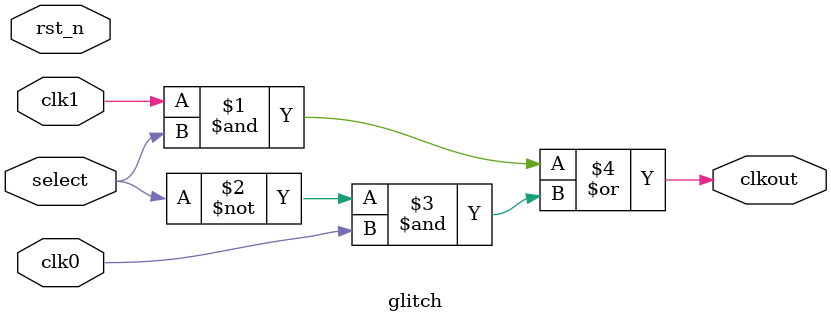
<source format=v>
module glitch(  
    input  clk0,      
    input  clk1,  
    input  select,  
    input  rst_n,  
    output clkout); 
	
    assign clkout = (clk1 & select) | (~select & clk0);
	
endmodule
</source>
